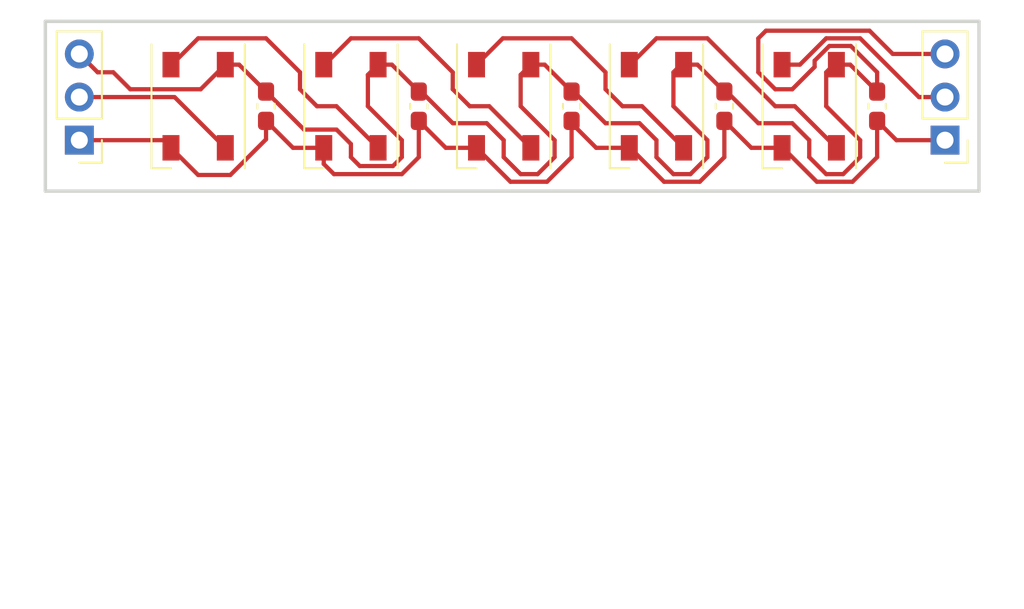
<source format=kicad_pcb>
(kicad_pcb (version 20211014) (generator pcbnew)
  (layers (0 "F.Cu" signal) (31 "B.Cu" signal) (34 "B.Paste" user) (35 "F.Paste" user) (36 "B.SilkS" user "B.Silkscreen") (37 "F.SilkS" user "F.Silkscreen") (38 "B.Mask" user) (39 "F.Mask" user) (44 "Edge.Cuts" user))
  (net 0 "")
  (net 1 "5V")
  (net 2 "GND")
  (net 3 "Net-(D1-Pad2)")
  (net 4 "Din")
  (net 5 "Net-(D2-Pad2)")
  (net 6 "Net-(D3-Pad2)")
  (net 7 "Net-(D4-Pad2)")
  (net 8 "Dout")
  (footprint "Connector_PinHeader_2.54mm:PinHeader_1x03_P2.54mm_Vertical" (layer "F.Cu") (at 139 116 180)
    (fp_text reference "J2")
    (fp_text value "Conn_01x03")
    (fp_line (start -1.33 1.27) (end -1.33 6.41) (layer "F.SilkS") (width 0.12))
    (fp_line (start -1.33 0) (end -1.33 -1.33) (layer "F.SilkS") (width 0.12))
    (fp_line (start 1.33 1.27) (end 1.33 6.41) (layer "F.SilkS") (width 0.12))
    (fp_line (start -1.33 -1.33) (end 0 -1.33) (layer "F.SilkS") (width 0.12))
    (fp_line (start -1.33 6.41) (end 1.33 6.41) (layer "F.SilkS") (width 0.12))
    (fp_line (start -1.33 1.27) (end 1.33 1.27) (layer "F.SilkS") (width 0.12))
    (pad "1" thru_hole rect (at 0 0 180) (size 1.7 1.7) (drill 1) (layers *.Cu *.Mask) (net 2 "GND"))
    (pad "2" thru_hole oval (at 0 2.54 180) (size 1.7 1.7) (drill 1) (layers *.Cu *.Mask) (net 8 "Dout"))
    (pad "3" thru_hole oval (at 0 5.08 180) (size 1.7 1.7) (drill 1) (layers *.Cu *.Mask) (net 1 "5V"))
  )
  (footprint "Capacitor_SMD:C_0603_1608Metric_Pad1.08x0.95mm_HandSolder" (layer "F.Cu") (at 117 114 -90)
    (fp_text reference "C3")
    (fp_text value "104")
    (fp_line (start -0.146267 -0.51) (end 0.146267 -0.51) (layer "F.SilkS") (width 0.12))
    (fp_line (start -0.146267 0.51) (end 0.146267 0.51) (layer "F.SilkS") (width 0.12))
    (pad "1" smd roundrect (at -0.8625 0 270) (size 1.075 0.95) (layers "F.Cu" "F.Paste" "F.Mask") (net 1 "5V"))
    (pad "2" smd roundrect (at 0.8625 0 270) (size 1.075 0.95) (layers "F.Cu" "F.Paste" "F.Mask") (net 2 "GND"))
  )
  (footprint "LED_SMD:LED_WS2812B_PLCC4_5.0x5.0mm_P3.2mm" (layer "F.Cu") (at 113 114 -90)
    (fp_text reference "D3")
    (fp_text value "WS2812B")
    (fp_line (start -3.65 -2.75) (end 3.65 -2.75) (layer "F.SilkS") (width 0.12))
    (fp_line (start -3.65 2.75) (end 3.65 2.75) (layer "F.SilkS") (width 0.12))
    (fp_line (start 3.65 2.75) (end 3.65 1.6) (layer "F.SilkS") (width 0.12))
    (pad "1" smd rect (at -2.45 -1.6 270) (size 1.5 1) (layers "F.Cu" "F.Paste" "F.Mask") (net 1 "5V"))
    (pad "2" smd rect (at -2.45 1.6 270) (size 1.5 1) (layers "F.Cu" "F.Paste" "F.Mask") (net 6 "Net-(D3-Pad2)"))
    (pad "3" smd rect (at 2.45 1.6 270) (size 1.5 1) (layers "F.Cu" "F.Paste" "F.Mask") (net 2 "GND"))
    (pad "4" smd rect (at 2.45 -1.6 270) (size 1.5 1) (layers "F.Cu" "F.Paste" "F.Mask") (net 5 "Net-(D2-Pad2)"))
  )
  (footprint "Capacitor_SMD:C_0603_1608Metric_Pad1.08x0.95mm_HandSolder" (layer "F.Cu") (at 126 114 -90)
    (fp_text reference "C4")
    (fp_text value "104")
    (fp_line (start -0.146267 0.51) (end 0.146267 0.51) (layer "F.SilkS") (width 0.12))
    (fp_line (start -0.146267 -0.51) (end 0.146267 -0.51) (layer "F.SilkS") (width 0.12))
    (pad "1" smd roundrect (at -0.8625 0 270) (size 1.075 0.95) (layers "F.Cu" "F.Paste" "F.Mask") (net 1 "5V"))
    (pad "2" smd roundrect (at 0.8625 0 270) (size 1.075 0.95) (layers "F.Cu" "F.Paste" "F.Mask") (net 2 "GND"))
  )
  (footprint "Capacitor_SMD:C_0603_1608Metric_Pad1.08x0.95mm_HandSolder" (layer "F.Cu") (at 99 114 -90)
    (fp_text reference "C1")
    (fp_text value "104")
    (fp_line (start -0.146267 0.51) (end 0.146267 0.51) (layer "F.SilkS") (width 0.12))
    (fp_line (start -0.146267 -0.51) (end 0.146267 -0.51) (layer "F.SilkS") (width 0.12))
    (pad "1" smd roundrect (at -0.8625 0 270) (size 1.075 0.95) (layers "F.Cu" "F.Paste" "F.Mask") (net 1 "5V"))
    (pad "2" smd roundrect (at 0.8625 0 270) (size 1.075 0.95) (layers "F.Cu" "F.Paste" "F.Mask") (net 2 "GND"))
  )
  (footprint "Capacitor_SMD:C_0603_1608Metric_Pad1.08x0.95mm_HandSolder" (layer "F.Cu") (at 135 114 -90)
    (fp_text reference "C5")
    (fp_text value "104")
    (fp_line (start -0.146267 0.51) (end 0.146267 0.51) (layer "F.SilkS") (width 0.12))
    (fp_line (start -0.146267 -0.51) (end 0.146267 -0.51) (layer "F.SilkS") (width 0.12))
    (pad "1" smd roundrect (at -0.8625 0 270) (size 1.075 0.95) (layers "F.Cu" "F.Paste" "F.Mask") (net 1 "5V"))
    (pad "2" smd roundrect (at 0.8625 0 270) (size 1.075 0.95) (layers "F.Cu" "F.Paste" "F.Mask") (net 2 "GND"))
  )
  (footprint "LED_SMD:LED_WS2812B_PLCC4_5.0x5.0mm_P3.2mm" (layer "F.Cu") (at 131 114 -90)
    (fp_text reference "D5")
    (fp_text value "WS2812B")
    (fp_line (start -3.65 -2.75) (end 3.65 -2.75) (layer "F.SilkS") (width 0.12))
    (fp_line (start -3.65 2.75) (end 3.65 2.75) (layer "F.SilkS") (width 0.12))
    (fp_line (start 3.65 2.75) (end 3.65 1.6) (layer "F.SilkS") (width 0.12))
    (pad "1" smd rect (at -2.45 -1.6 270) (size 1.5 1) (layers "F.Cu" "F.Paste" "F.Mask") (net 1 "5V"))
    (pad "2" smd rect (at -2.45 1.6 270) (size 1.5 1) (layers "F.Cu" "F.Paste" "F.Mask") (net 8 "Dout"))
    (pad "3" smd rect (at 2.45 1.6 270) (size 1.5 1) (layers "F.Cu" "F.Paste" "F.Mask") (net 2 "GND"))
    (pad "4" smd rect (at 2.45 -1.6 270) (size 1.5 1) (layers "F.Cu" "F.Paste" "F.Mask") (net 7 "Net-(D4-Pad2)"))
  )
  (footprint "LED_SMD:LED_WS2812B_PLCC4_5.0x5.0mm_P3.2mm" (layer "F.Cu") (at 95 114 -90)
    (fp_text reference "D1")
    (fp_text value "WS2812B")
    (fp_line (start 3.65 2.75) (end 3.65 1.6) (layer "F.SilkS") (width 0.12))
    (fp_line (start -3.65 2.75) (end 3.65 2.75) (layer "F.SilkS") (width 0.12))
    (fp_line (start -3.65 -2.75) (end 3.65 -2.75) (layer "F.SilkS") (width 0.12))
    (pad "1" smd rect (at -2.45 -1.6 270) (size 1.5 1) (layers "F.Cu" "F.Paste" "F.Mask") (net 1 "5V"))
    (pad "2" smd rect (at -2.45 1.6 270) (size 1.5 1) (layers "F.Cu" "F.Paste" "F.Mask") (net 3 "Net-(D1-Pad2)"))
    (pad "3" smd rect (at 2.45 1.6 270) (size 1.5 1) (layers "F.Cu" "F.Paste" "F.Mask") (net 2 "GND"))
    (pad "4" smd rect (at 2.45 -1.6 270) (size 1.5 1) (layers "F.Cu" "F.Paste" "F.Mask") (net 4 "Din"))
  )
  (footprint "Connector_PinHeader_2.54mm:PinHeader_1x03_P2.54mm_Vertical" (layer "F.Cu") (at 88 116 180)
    (fp_text reference "J1")
    (fp_text value "Conn_01x03")
    (fp_line (start -1.33 1.27) (end 1.33 1.27) (layer "F.SilkS") (width 0.12))
    (fp_line (start -1.33 6.41) (end 1.33 6.41) (layer "F.SilkS") (width 0.12))
    (fp_line (start -1.33 1.27) (end -1.33 6.41) (layer "F.SilkS") (width 0.12))
    (fp_line (start -1.33 -1.33) (end 0 -1.33) (layer "F.SilkS") (width 0.12))
    (fp_line (start 1.33 1.27) (end 1.33 6.41) (layer "F.SilkS") (width 0.12))
    (fp_line (start -1.33 0) (end -1.33 -1.33) (layer "F.SilkS") (width 0.12))
    (pad "1" thru_hole rect (at 0 0 180) (size 1.7 1.7) (drill 1) (layers *.Cu *.Mask) (net 2 "GND"))
    (pad "2" thru_hole oval (at 0 2.54 180) (size 1.7 1.7) (drill 1) (layers *.Cu *.Mask) (net 4 "Din"))
    (pad "3" thru_hole oval (at 0 5.08 180) (size 1.7 1.7) (drill 1) (layers *.Cu *.Mask) (net 1 "5V"))
  )
  (footprint "Capacitor_SMD:C_0603_1608Metric_Pad1.08x0.95mm_HandSolder" (layer "F.Cu") (at 108 114 -90)
    (fp_text reference "C2")
    (fp_text value "104")
    (fp_line (start -0.146267 -0.51) (end 0.146267 -0.51) (layer "F.SilkS") (width 0.12))
    (fp_line (start -0.146267 0.51) (end 0.146267 0.51) (layer "F.SilkS") (width 0.12))
    (pad "1" smd roundrect (at -0.8625 0 270) (size 1.075 0.95) (layers "F.Cu" "F.Paste" "F.Mask") (net 1 "5V"))
    (pad "2" smd roundrect (at 0.8625 0 270) (size 1.075 0.95) (layers "F.Cu" "F.Paste" "F.Mask") (net 2 "GND"))
  )
  (footprint "LED_SMD:LED_WS2812B_PLCC4_5.0x5.0mm_P3.2mm" (layer "F.Cu") (at 122 114 -90)
    (fp_text reference "D4")
    (fp_text value "WS2812B")
    (fp_line (start -3.65 -2.75) (end 3.65 -2.75) (layer "F.SilkS") (width 0.12))
    (fp_line (start 3.65 2.75) (end 3.65 1.6) (layer "F.SilkS") (width 0.12))
    (fp_line (start -3.65 2.75) (end 3.65 2.75) (layer "F.SilkS") (width 0.12))
    (pad "1" smd rect (at -2.45 -1.6 270) (size 1.5 1) (layers "F.Cu" "F.Paste" "F.Mask") (net 1 "5V"))
    (pad "2" smd rect (at -2.45 1.6 270) (size 1.5 1) (layers "F.Cu" "F.Paste" "F.Mask") (net 7 "Net-(D4-Pad2)"))
    (pad "3" smd rect (at 2.45 1.6 270) (size 1.5 1) (layers "F.Cu" "F.Paste" "F.Mask") (net 2 "GND"))
    (pad "4" smd rect (at 2.45 -1.6 270) (size 1.5 1) (layers "F.Cu" "F.Paste" "F.Mask") (net 6 "Net-(D3-Pad2)"))
  )
  (footprint "LED_SMD:LED_WS2812B_PLCC4_5.0x5.0mm_P3.2mm" (layer "F.Cu") (at 104 114 -90)
    (fp_text reference "D2")
    (fp_text value "WS2812B")
    (fp_line (start -3.65 -2.75) (end 3.65 -2.75) (layer "F.SilkS") (width 0.12))
    (fp_line (start -3.65 2.75) (end 3.65 2.75) (layer "F.SilkS") (width 0.12))
    (fp_line (start 3.65 2.75) (end 3.65 1.6) (layer "F.SilkS") (width 0.12))
    (pad "1" smd rect (at -2.45 -1.6 270) (size 1.5 1) (layers "F.Cu" "F.Paste" "F.Mask") (net 1 "5V"))
    (pad "2" smd rect (at -2.45 1.6 270) (size 1.5 1) (layers "F.Cu" "F.Paste" "F.Mask") (net 5 "Net-(D2-Pad2)"))
    (pad "3" smd rect (at 2.45 1.6 270) (size 1.5 1) (layers "F.Cu" "F.Paste" "F.Mask") (net 2 "GND"))
    (pad "4" smd rect (at 2.45 -1.6 270) (size 1.5 1) (layers "F.Cu" "F.Paste" "F.Mask") (net 3 "Net-(D1-Pad2)"))
  )
  (gr_line (start 86 109) (end 141 109) (layer "Edge.Cuts") (width 0.2))
  (gr_line (start 86 119) (end 86 109) (layer "Edge.Cuts") (width 0.2))
  (gr_line (start 141 119) (end 86 119) (layer "Edge.Cuts") (width 0.2))
  (gr_line (start 141 109) (end 141 119) (layer "Edge.Cuts") (width 0.2))
  (segment (start 132.45 111.55) (end 132.6 111.55) (width 0.25) (layer "F.Cu") (net 1))
  (segment (start 131 116) (end 131 117) (width 0.25) (layer "F.Cu") (net 1))
  (segment (start 117.1375 113.1375) (end 119 115) (width 0.25) (layer "F.Cu") (net 1))
  (segment (start 107 117) (end 107 116) (width 0.25) (layer "F.Cu") (net 1))
  (segment (start 133.44952 110.44952) (end 132.186198 110.44952) (width 0.25) (layer "F.Cu") (net 1))
  (segment (start 122 116) (end 122 117) (width 0.25) (layer "F.Cu") (net 1))
  (segment (start 106.475489 117.524511) (end 107 117) (width 0.25) (layer "F.Cu") (net 1))
  (segment (start 123.6 111.55) (end 124.4125 111.55) (width 0.25) (layer "F.Cu") (net 1))
  (segment (start 99 113.1375) (end 101.237989 115.375489) (width 0.25) (layer "F.Cu") (net 1))
  (segment (start 124 118) (end 125 117) (width 0.25) (layer "F.Cu") (net 1))
  (segment (start 133.4125 111.55) (end 135 113.1375) (width 0.25) (layer "F.Cu") (net 1))
  (segment (start 97.4125 111.55) (end 99 113.1375) (width 0.25) (layer "F.Cu") (net 1))
  (segment (start 117 113.1375) (end 117 113) (width 0.25) (layer "F.Cu") (net 1))
  (segment (start 132 118) (end 133 118) (width 0.25) (layer "F.Cu") (net 1))
  (segment (start 114 114) (end 114 112.15) (width 0.25) (layer "F.Cu") (net 1))
  (segment (start 130 115) (end 131 116) (width 0.25) (layer "F.Cu") (net 1))
  (segment (start 115.4125 111.55) (end 117 113.1375) (width 0.25) (layer "F.Cu") (net 1))
  (segment (start 132 114) (end 132 112) (width 0.25) (layer "F.Cu") (net 1))
  (segment (start 96.6 111.55) (end 97.4125 111.55) (width 0.25) (layer "F.Cu") (net 1))
  (segment (start 90 112) (end 91 113) (width 0.25) (layer "F.Cu") (net 1))
  (segment (start 104 116.224511) (end 104 117) (width 0.25) (layer "F.Cu") (net 1))
  (segment (start 128 110) (end 128.44952 109.55048) (width 0.25) (layer "F.Cu") (net 1))
  (segment (start 95.15 113) (end 96.6 111.55) (width 0.25) (layer "F.Cu") (net 1))
  (segment (start 130 113) (end 129 113) (width 0.25) (layer "F.Cu") (net 1))
  (segment (start 124.4125 111.55) (end 126 113.1375) (width 0.25) (layer "F.Cu") (net 1))
  (segment (start 128 115) (end 130 115) (width 0.25) (layer "F.Cu") (net 1))
  (segment (start 113 116) (end 113 117) (width 0.25) (layer "F.Cu") (net 1))
  (segment (start 105 112.15) (end 105.6 111.55) (width 0.25) (layer "F.Cu") (net 1))
  (segment (start 135.92 110.92) (end 139 110.92) (width 0.25) (layer "F.Cu") (net 1))
  (segment (start 133 118) (end 134 117) (width 0.25) (layer "F.Cu") (net 1))
  (segment (start 115 118) (end 116 117) (width 0.25) (layer "F.Cu") (net 1))
  (segment (start 116 117) (end 116 116) (width 0.25) (layer "F.Cu") (net 1))
  (segment (start 132.186198 110.44952) (end 131.317859 111.317859) (width 0.25) (layer "F.Cu") (net 1))
  (segment (start 121 115) (end 122 116) (width 0.25) (layer "F.Cu") (net 1))
  (segment (start 125 116) (end 123 114) (width 0.25) (layer "F.Cu") (net 1))
  (segment (start 119 115) (end 121 115) (width 0.25) (layer "F.Cu") (net 1))
  (segment (start 91 113) (end 95.15 113) (width 0.25) (layer "F.Cu") (net 1))
  (segment (start 123.6 111.55) (end 123.45 111.55) (width 0.25) (layer "F.Cu") (net 1))
  (segment (start 132 112) (end 132.45 111.55) (width 0.25) (layer "F.Cu") (net 1))
  (segment (start 125 117) (end 125 116) (width 0.25) (layer "F.Cu") (net 1))
  (segment (start 105 114) (end 105 112.15) (width 0.25) (layer "F.Cu") (net 1))
  (segment (start 116 116) (end 114 114) (width 0.25) (layer "F.Cu") (net 1))
  (segment (start 88 110.92) (end 89.08 112) (width 0.25) (layer "F.Cu") (net 1))
  (segment (start 123.45 111.55) (end 123 112) (width 0.25) (layer "F.Cu") (net 1))
  (segment (start 104.524511 117.524511) (end 106.475489 117.524511) (width 0.25) (layer "F.Cu") (net 1))
  (segment (start 104 117) (end 104.524511 117.524511) (width 0.25) (layer "F.Cu") (net 1))
  (segment (start 126 113.1375) (end 126 113) (width 0.25) (layer "F.Cu") (net 1))
  (segment (start 110 115) (end 112 115) (width 0.25) (layer "F.Cu") (net 1))
  (segment (start 126 113.1375) (end 126.1375 113.1375) (width 0.25) (layer "F.Cu") (net 1))
  (segment (start 126.1375 113.1375) (end 128 115) (width 0.25) (layer "F.Cu") (net 1))
  (segment (start 105.6 111.55) (end 106.4125 111.55) (width 0.25) (layer "F.Cu") (net 1))
  (segment (start 108.1375 113.1375) (end 110 115) (width 0.25) (layer "F.Cu") (net 1))
  (segment (start 135 112) (end 133.44952 110.44952) (width 0.25) (layer "F.Cu") (net 1))
  (segment (start 122 117) (end 123 118) (width 0.25) (layer "F.Cu") (net 1))
  (segment (start 131.317859 111.317859) (end 131.317859 111.682141) (width 0.25) (layer "F.Cu") (net 1))
  (segment (start 108 113.1375) (end 108.1375 113.1375) (width 0.25) (layer "F.Cu") (net 1))
  (segment (start 132.6 111.55) (end 133.4125 111.55) (width 0.25) (layer "F.Cu") (net 1))
  (segment (start 114 118) (end 115 118) (width 0.25) (layer "F.Cu") (net 1))
  (segment (start 135 113.1375) (end 135 112) (width 0.25) (layer "F.Cu") (net 1))
  (segment (start 134.55048 109.55048) (end 135.92 110.92) (width 0.25) (layer "F.Cu") (net 1))
  (segment (start 103.150978 115.375489) (end 104 116.224511) (width 0.25) (layer "F.Cu") (net 1))
  (segment (start 131.317859 111.682141) (end 130 113) (width 0.25) (layer "F.Cu") (net 1))
  (segment (start 89.08 112) (end 90 112) (width 0.25) (layer "F.Cu") (net 1))
  (segment (start 108 113.1375) (end 108 113) (width 0.25) (layer "F.Cu") (net 1))
  (segment (start 106.4125 111.55) (end 108 113.1375) (width 0.25) (layer "F.Cu") (net 1))
  (segment (start 101.237989 115.375489) (end 103.150978 115.375489) (width 0.25) (layer "F.Cu") (net 1))
  (segment (start 134 117) (end 134 116) (width 0.25) (layer "F.Cu") (net 1))
  (segment (start 113 117) (end 114 118) (width 0.25) (layer "F.Cu") (net 1))
  (segment (start 129 113) (end 128 112) (width 0.25) (layer "F.Cu") (net 1))
  (segment (start 131 117) (end 132 118) (width 0.25) (layer "F.Cu") (net 1))
  (segment (start 134 116) (end 132 114) (width 0.25) (layer "F.Cu") (net 1))
  (segment (start 128 112) (end 128 110) (width 0.25) (layer "F.Cu") (net 1))
  (segment (start 123 118) (end 124 118) (width 0.25) (layer "F.Cu") (net 1))
  (segment (start 107 116) (end 105 114) (width 0.25) (layer "F.Cu") (net 1))
  (segment (start 114.6 111.55) (end 115.4125 111.55) (width 0.25) (layer "F.Cu") (net 1))
  (segment (start 128.44952 109.55048) (end 134.55048 109.55048) (width 0.25) (layer "F.Cu") (net 1))
  (segment (start 112 115) (end 113 116) (width 0.25) (layer "F.Cu") (net 1))
  (segment (start 114 112.15) (end 114.6 111.55) (width 0.25) (layer "F.Cu") (net 1))
  (segment (start 123 114) (end 123 112) (width 0.25) (layer "F.Cu") (net 1))
  (segment (start 117 113.1375) (end 117.1375 113.1375) (width 0.25) (layer "F.Cu") (net 1))
  (segment (start 131.44952 118.44952) (end 133.55048 118.44952) (width 0.25) (layer "F.Cu") (net 2))
  (segment (start 108 114.8625) (end 109.5875 116.45) (width 0.25) (layer "F.Cu") (net 2))
  (segment (start 102.4 117.4) (end 103 118) (width 0.25) (layer "F.Cu") (net 2))
  (segment (start 113.39952 118.44952) (end 115.55048 118.44952) (width 0.25) (layer "F.Cu") (net 2))
  (segment (start 118.45 116.45) (end 120.4 116.45) (width 0.25) (layer "F.Cu") (net 2))
  (segment (start 117 117) (end 117 114.8625) (width 0.25) (layer "F.Cu") (net 2))
  (segment (start 120.45 116.45) (end 122.44952 118.44952) (width 0.25) (layer "F.Cu") (net 2))
  (segment (start 129.45 116.45) (end 131.44952 118.44952) (width 0.25) (layer "F.Cu") (net 2))
  (segment (start 95 118.05) (end 96.899022 118.05) (width 0.25) (layer "F.Cu") (net 2))
  (segment (start 126 114.8625) (end 127.5875 116.45) (width 0.25) (layer "F.Cu") (net 2))
  (segment (start 88 116) (end 92.95 116) (width 0.25) (layer "F.Cu") (net 2))
  (segment (start 122.44952 118.44952) (end 124.55048 118.44952) (width 0.25) (layer "F.Cu") (net 2))
  (segment (start 96.899022 118.05) (end 99 115.949022) (width 0.25) (layer "F.Cu") (net 2))
  (segment (start 99 115.949022) (end 99 114.8625) (width 0.25) (layer "F.Cu") (net 2))
  (segment (start 127.5875 116.45) (end 129.4 116.45) (width 0.25) (layer "F.Cu") (net 2))
  (segment (start 136.1375 116) (end 139 116) (width 0.25) (layer "F.Cu") (net 2))
  (segment (start 120.4 116.45) (end 120.45 116.45) (width 0.25) (layer "F.Cu") (net 2))
  (segment (start 108 117) (end 108 114.8625) (width 0.25) (layer "F.Cu") (net 2))
  (segment (start 107 118) (end 108 117) (width 0.25) (layer "F.Cu") (net 2))
  (segment (start 126 117) (end 126 114.8625) (width 0.25) (layer "F.Cu") (net 2))
  (segment (start 93.4 116.45) (end 95 118.05) (width 0.25) (layer "F.Cu") (net 2))
  (segment (start 129.4 116.45) (end 129.45 116.45) (width 0.25) (layer "F.Cu") (net 2))
  (segment (start 117 114.8625) (end 117 115) (width 0.25) (layer "F.Cu") (net 2))
  (segment (start 124.55048 118.44952) (end 126 117) (width 0.25) (layer "F.Cu") (net 2))
  (segment (start 100.5875 116.45) (end 102.4 116.45) (width 0.25) (layer "F.Cu") (net 2))
  (segment (start 103 118) (end 107 118) (width 0.25) (layer "F.Cu") (net 2))
  (segment (start 92.95 116) (end 93.4 116.45) (width 0.25) (layer "F.Cu") (net 2))
  (segment (start 111.4 116.45) (end 113.39952 118.44952) (width 0.25) (layer "F.Cu") (net 2))
  (segment (start 117 115) (end 118.45 116.45) (width 0.25) (layer "F.Cu") (net 2))
  (segment (start 133.55048 118.44952) (end 135 117) (width 0.25) (layer "F.Cu") (net 2))
  (segment (start 102.4 116.45) (end 102.4 117.4) (width 0.25) (layer "F.Cu") (net 2))
  (segment (start 109.5875 116.45) (end 111.4 116.45) (width 0.25) (layer "F.Cu") (net 2))
  (segment (start 135 117) (end 135 114.8625) (width 0.25) (layer "F.Cu") (net 2))
  (segment (start 135 114.8625) (end 136.1375 116) (width 0.25) (layer "F.Cu") (net 2))
  (segment (start 99 114.8625) (end 100.5875 116.45) (width 0.25) (layer "F.Cu") (net 2))
  (segment (start 115.55048 118.44952) (end 117 117) (width 0.25) (layer "F.Cu") (net 2))
  (segment (start 93.45 111.55) (end 95 110) (width 0.25) (layer "F.Cu") (net 3))
  (segment (start 99 110) (end 101 112) (width 0.25) (layer "F.Cu") (net 3))
  (segment (start 101 112) (end 101 113) (width 0.25) (layer "F.Cu") (net 3))
  (segment (start 101 113) (end 102 114) (width 0.25) (layer "F.Cu") (net 3))
  (segment (start 102 114) (end 103.15 114) (width 0.25) (layer "F.Cu") (net 3))
  (segment (start 103.15 114) (end 105.6 116.45) (width 0.25) (layer "F.Cu") (net 3))
  (segment (start 95 110) (end 99 110) (width 0.25) (layer "F.Cu") (net 3))
  (segment (start 93.4 111.55) (end 93.45 111.55) (width 0.25) (layer "F.Cu") (net 3))
  (segment (start 88 113.46) (end 93.61 113.46) (width 0.25) (layer "F.Cu") (net 4))
  (segment (start 93.61 113.46) (end 96.6 116.45) (width 0.25) (layer "F.Cu") (net 4))
  (segment (start 108 110) (end 110 112) (width 0.25) (layer "F.Cu") (net 5))
  (segment (start 102.4 111.55) (end 102.45 111.55) (width 0.25) (layer "F.Cu") (net 5))
  (segment (start 102.45 111.55) (end 104 110) (width 0.25) (layer "F.Cu") (net 5))
  (segment (start 110 112) (end 110 113) (width 0.25) (layer "F.Cu") (net 5))
  (segment (start 112.15 114) (end 114.6 116.45) (width 0.25) (layer "F.Cu") (net 5))
  (segment (start 111 114) (end 112.15 114) (width 0.25) (layer "F.Cu") (net 5))
  (segment (start 110 113) (end 111 114) (width 0.25) (layer "F.Cu") (net 5))
  (segment (start 104 110) (end 108 110) (width 0.25) (layer "F.Cu") (net 5))
  (segment (start 120 114) (end 121.15 114) (width 0.25) (layer "F.Cu") (net 6))
  (segment (start 121.15 114) (end 123.6 116.45) (width 0.25) (layer "F.Cu") (net 6))
  (segment (start 112.95 110) (end 117 110) (width 0.25) (layer "F.Cu") (net 6))
  (segment (start 111.4 111.55) (end 112.95 110) (width 0.25) (layer "F.Cu") (net 6))
  (segment (start 119 113) (end 120 114) (width 0.25) (layer "F.Cu") (net 6))
  (segment (start 117 110) (end 119 112) (width 0.25) (layer "F.Cu") (net 6))
  (segment (start 119 112) (end 119 113) (width 0.25) (layer "F.Cu") (net 6))
  (segment (start 130.15 114) (end 132.6 116.45) (width 0.25) (layer "F.Cu") (net 7))
  (segment (start 122 110) (end 125 110) (width 0.25) (layer "F.Cu") (net 7))
  (segment (start 120.45 111.55) (end 122 110) (width 0.25) (layer "F.Cu") (net 7))
  (segment (start 129 114) (end 130.15 114) (width 0.25) (layer "F.Cu") (net 7))
  (segment (start 120.4 111.55) (end 120.45 111.55) (width 0.25) (layer "F.Cu") (net 7))
  (segment (start 125 110) (end 129 114) (width 0.25) (layer "F.Cu") (net 7))
  (segment (start 130.45 111.55) (end 132 110) (width 0.25) (layer "F.Cu") (net 8))
  (segment (start 129.4 111.55) (end 130.45 111.55) (width 0.25) (layer "F.Cu") (net 8))
  (segment (start 132 110) (end 134 110) (width 0.25) (layer "F.Cu") (net 8))
  (segment (start 134 110) (end 137.46 113.46) (width 0.25) (layer "F.Cu") (net 8))
  (segment (start 137.46 113.46) (end 139 113.46) (width 0.25) (layer "F.Cu") (net 8))
)
</source>
